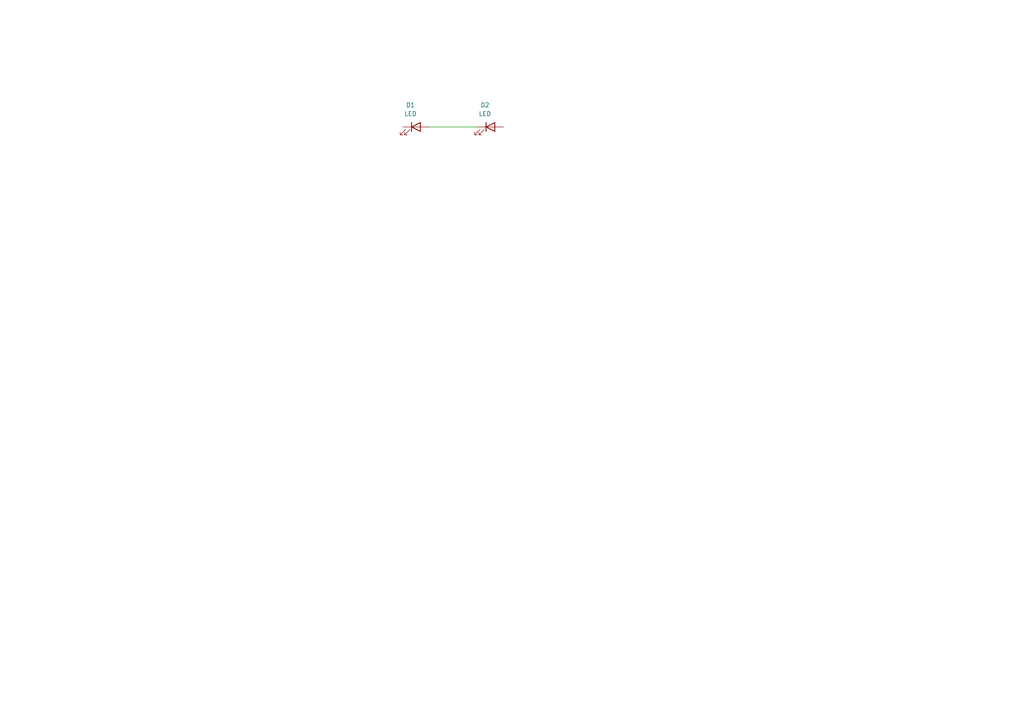
<source format=kicad_sch>
(kicad_sch
	(version 20231120)
	(generator "eeschema")
	(generator_version "8.0")
	(uuid "9b30cdca-1245-4143-8c44-81d82a1fb129")
	(paper "A4")
	(lib_symbols
		(symbol "Device:LED"
			(pin_numbers hide)
			(pin_names
				(offset 1.016) hide)
			(exclude_from_sim no)
			(in_bom yes)
			(on_board yes)
			(property "Reference" "D"
				(at 0 2.54 0)
				(effects
					(font
						(size 1.27 1.27)
					)
				)
			)
			(property "Value" "LED"
				(at 0 -2.54 0)
				(effects
					(font
						(size 1.27 1.27)
					)
				)
			)
			(property "Footprint" ""
				(at 0 0 0)
				(effects
					(font
						(size 1.27 1.27)
					)
					(hide yes)
				)
			)
			(property "Datasheet" "~"
				(at 0 0 0)
				(effects
					(font
						(size 1.27 1.27)
					)
					(hide yes)
				)
			)
			(property "Description" "Light emitting diode"
				(at 0 0 0)
				(effects
					(font
						(size 1.27 1.27)
					)
					(hide yes)
				)
			)
			(property "ki_keywords" "LED diode"
				(at 0 0 0)
				(effects
					(font
						(size 1.27 1.27)
					)
					(hide yes)
				)
			)
			(property "ki_fp_filters" "LED* LED_SMD:* LED_THT:*"
				(at 0 0 0)
				(effects
					(font
						(size 1.27 1.27)
					)
					(hide yes)
				)
			)
			(symbol "LED_0_1"
				(polyline
					(pts
						(xy -1.27 -1.27) (xy -1.27 1.27)
					)
					(stroke
						(width 0.254)
						(type default)
					)
					(fill
						(type none)
					)
				)
				(polyline
					(pts
						(xy -1.27 0) (xy 1.27 0)
					)
					(stroke
						(width 0)
						(type default)
					)
					(fill
						(type none)
					)
				)
				(polyline
					(pts
						(xy 1.27 -1.27) (xy 1.27 1.27) (xy -1.27 0) (xy 1.27 -1.27)
					)
					(stroke
						(width 0.254)
						(type default)
					)
					(fill
						(type none)
					)
				)
				(polyline
					(pts
						(xy -3.048 -0.762) (xy -4.572 -2.286) (xy -3.81 -2.286) (xy -4.572 -2.286) (xy -4.572 -1.524)
					)
					(stroke
						(width 0)
						(type default)
					)
					(fill
						(type none)
					)
				)
				(polyline
					(pts
						(xy -1.778 -0.762) (xy -3.302 -2.286) (xy -2.54 -2.286) (xy -3.302 -2.286) (xy -3.302 -1.524)
					)
					(stroke
						(width 0)
						(type default)
					)
					(fill
						(type none)
					)
				)
			)
			(symbol "LED_1_1"
				(pin passive line
					(at -3.81 0 0)
					(length 2.54)
					(name "K"
						(effects
							(font
								(size 1.27 1.27)
							)
						)
					)
					(number "1"
						(effects
							(font
								(size 1.27 1.27)
							)
						)
					)
				)
				(pin passive line
					(at 3.81 0 180)
					(length 2.54)
					(name "A"
						(effects
							(font
								(size 1.27 1.27)
							)
						)
					)
					(number "2"
						(effects
							(font
								(size 1.27 1.27)
							)
						)
					)
				)
			)
		)
	)
	(wire
		(pts
			(xy 124.46 36.83) (xy 138.43 36.83)
		)
		(stroke
			(width 0)
			(type default)
		)
		(uuid "d719fa7f-7926-4854-b6b2-65d88f2b7c11")
	)
	(symbol
		(lib_id "Device:LED")
		(at 120.65 36.83 0)
		(unit 1)
		(exclude_from_sim no)
		(in_bom yes)
		(on_board yes)
		(dnp no)
		(fields_autoplaced yes)
		(uuid "4c4c7323-0df6-41e1-9ddd-1c9d3bff37b4")
		(property "Reference" "D1"
			(at 119.0625 30.48 0)
			(effects
				(font
					(size 1.27 1.27)
				)
			)
		)
		(property "Value" "LED"
			(at 119.0625 33.02 0)
			(effects
				(font
					(size 1.27 1.27)
				)
			)
		)
		(property "Footprint" "LED_THT:LED_D3.0mm"
			(at 120.65 36.83 0)
			(effects
				(font
					(size 1.27 1.27)
				)
				(hide yes)
			)
		)
		(property "Datasheet" "~"
			(at 120.65 36.83 0)
			(effects
				(font
					(size 1.27 1.27)
				)
				(hide yes)
			)
		)
		(property "Description" "Light emitting diode"
			(at 120.65 36.83 0)
			(effects
				(font
					(size 1.27 1.27)
				)
				(hide yes)
			)
		)
		(pin "1"
			(uuid "99f5db29-b8b7-4663-9252-509d7b974710")
		)
		(pin "2"
			(uuid "59714c40-613c-4064-bc3e-5ac55fe8b96c")
		)
		(instances
			(project ""
				(path "/9b30cdca-1245-4143-8c44-81d82a1fb129"
					(reference "D1")
					(unit 1)
				)
			)
		)
	)
	(symbol
		(lib_id "Device:LED")
		(at 142.24 36.83 0)
		(unit 1)
		(exclude_from_sim no)
		(in_bom yes)
		(on_board yes)
		(dnp no)
		(fields_autoplaced yes)
		(uuid "7cd07fdb-513e-4fcc-a205-0f522d393d55")
		(property "Reference" "D2"
			(at 140.6525 30.48 0)
			(effects
				(font
					(size 1.27 1.27)
				)
			)
		)
		(property "Value" "LED"
			(at 140.6525 33.02 0)
			(effects
				(font
					(size 1.27 1.27)
				)
			)
		)
		(property "Footprint" "LED_THT:LED_D3.0mm"
			(at 142.24 36.83 0)
			(effects
				(font
					(size 1.27 1.27)
				)
				(hide yes)
			)
		)
		(property "Datasheet" "~"
			(at 142.24 36.83 0)
			(effects
				(font
					(size 1.27 1.27)
				)
				(hide yes)
			)
		)
		(property "Description" "Light emitting diode"
			(at 142.24 36.83 0)
			(effects
				(font
					(size 1.27 1.27)
				)
				(hide yes)
			)
		)
		(pin "2"
			(uuid "7636811e-0094-4092-b75f-5615048b9f99")
		)
		(pin "1"
			(uuid "fdeacb96-1aca-42fc-b34b-30dc02fbf507")
		)
		(instances
			(project ""
				(path "/9b30cdca-1245-4143-8c44-81d82a1fb129"
					(reference "D2")
					(unit 1)
				)
			)
		)
	)
	(sheet_instances
		(path "/"
			(page "1")
		)
	)
)

</source>
